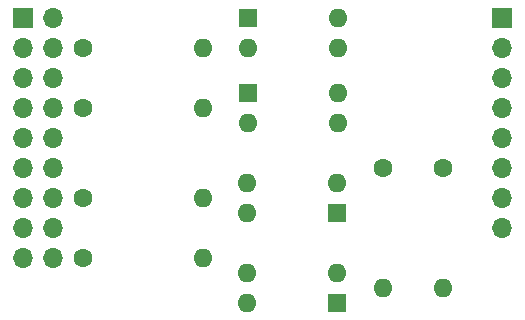
<source format=gbs>
%TF.GenerationSoftware,KiCad,Pcbnew,(6.0.5)*%
%TF.CreationDate,2022-06-14T20:52:44+01:00*%
%TF.ProjectId,PiKVM,50694b56-4d2e-46b6-9963-61645f706362,rev?*%
%TF.SameCoordinates,Original*%
%TF.FileFunction,Soldermask,Bot*%
%TF.FilePolarity,Negative*%
%FSLAX46Y46*%
G04 Gerber Fmt 4.6, Leading zero omitted, Abs format (unit mm)*
G04 Created by KiCad (PCBNEW (6.0.5)) date 2022-06-14 20:52:44*
%MOMM*%
%LPD*%
G01*
G04 APERTURE LIST*
%ADD10R,1.600000X1.600000*%
%ADD11O,1.600000X1.600000*%
%ADD12R,1.700000X1.700000*%
%ADD13O,1.700000X1.700000*%
%ADD14C,1.600000*%
G04 APERTURE END LIST*
D10*
%TO.C,U3*%
X57140000Y-44455000D03*
D11*
X57140000Y-41915000D03*
X49520000Y-41915000D03*
X49520000Y-44455000D03*
%TD*%
D12*
%TO.C,J2*%
X71095000Y-27940000D03*
D13*
X71095000Y-30480000D03*
X71095000Y-33020000D03*
X71095000Y-35560000D03*
X71095000Y-38100000D03*
X71095000Y-40640000D03*
X71095000Y-43180000D03*
X71095000Y-45720000D03*
%TD*%
D14*
%TO.C,R3*%
X35560000Y-43180000D03*
D11*
X45720000Y-43180000D03*
%TD*%
D14*
%TO.C,R1*%
X35560000Y-30480000D03*
D11*
X45720000Y-30480000D03*
%TD*%
D10*
%TO.C,U1*%
X49540000Y-27940000D03*
D11*
X49540000Y-30480000D03*
X57160000Y-30480000D03*
X57160000Y-27940000D03*
%TD*%
D10*
%TO.C,U4*%
X57140000Y-52075000D03*
D11*
X57140000Y-49535000D03*
X49520000Y-49535000D03*
X49520000Y-52075000D03*
%TD*%
D14*
%TO.C,R6*%
X66040000Y-40640000D03*
D11*
X66040000Y-50800000D03*
%TD*%
D14*
%TO.C,R2*%
X35560000Y-35560000D03*
D11*
X45720000Y-35560000D03*
%TD*%
D14*
%TO.C,R5*%
X60960000Y-40640000D03*
D11*
X60960000Y-50800000D03*
%TD*%
D10*
%TO.C,U2*%
X49540000Y-34285000D03*
D11*
X49540000Y-36825000D03*
X57160000Y-36825000D03*
X57160000Y-34285000D03*
%TD*%
D14*
%TO.C,R4*%
X35560000Y-48260000D03*
D11*
X45720000Y-48260000D03*
%TD*%
D12*
%TO.C,J1*%
X30480000Y-27950000D03*
D13*
X33020000Y-27950000D03*
X30480000Y-30490000D03*
X33020000Y-30490000D03*
X30480000Y-33030000D03*
X33020000Y-33030000D03*
X30480000Y-35570000D03*
X33020000Y-35570000D03*
X30480000Y-38110000D03*
X33020000Y-38110000D03*
X30480000Y-40650000D03*
X33020000Y-40650000D03*
X30480000Y-43190000D03*
X33020000Y-43190000D03*
X30480000Y-45730000D03*
X33020000Y-45730000D03*
X30480000Y-48270000D03*
X33020000Y-48270000D03*
%TD*%
M02*

</source>
